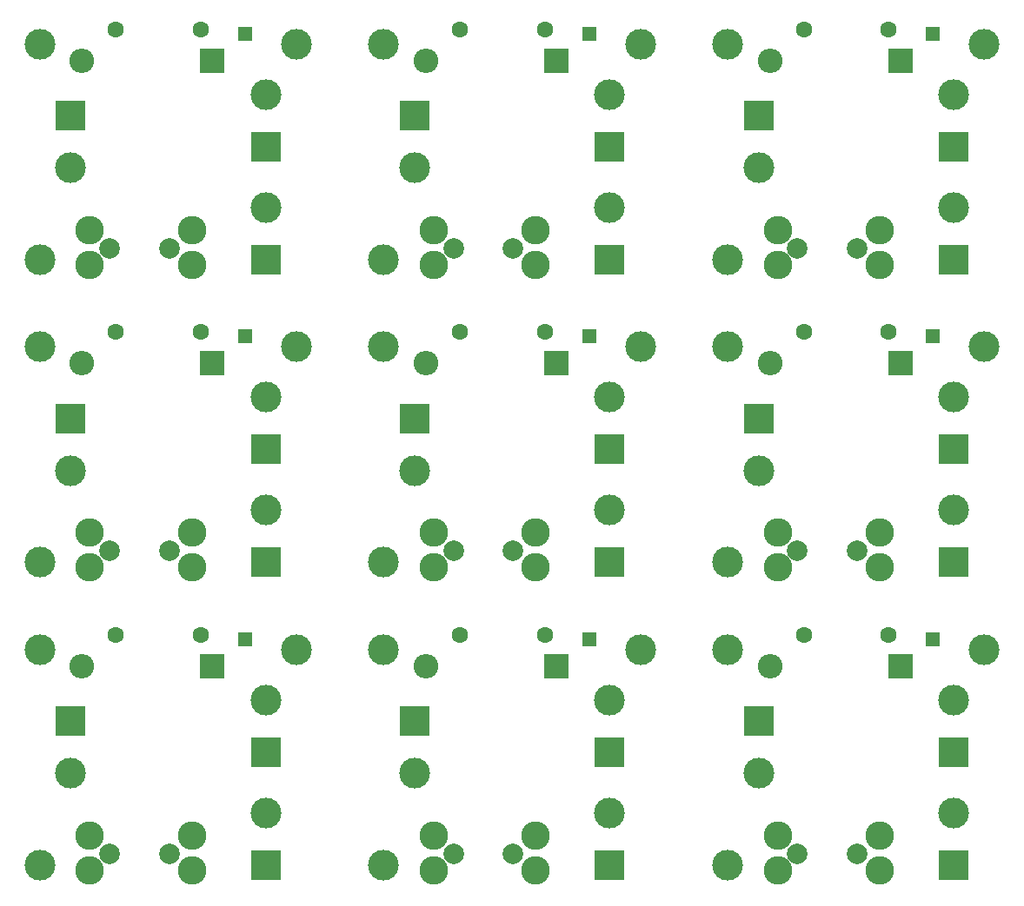
<source format=gbs>
%MOIN*%
%OFA0B0*%
%FSLAX46Y46*%
%IPPOS*%
%LPD*%
%ADD10C,0.0039370078740157488*%
%ADD11C,0.11811023622047245*%
%ADD12R,0.094488188976377951X0.094488188976377951*%
%ADD13O,0.094488188976377951X0.094488188976377951*%
%ADD14C,0.062992125984251982*%
%ADD15C,0.07874015748031496*%
%ADD16R,0.053149606299212608X0.053149606299212608*%
%ADD17R,0.11811023622047245X0.11811023622047245*%
%ADD18C,0.10944881889763779*%
%ADD29C,0.0039370078740157488*%
%ADD30C,0.11811023622047245*%
%ADD31R,0.094488188976377951X0.094488188976377951*%
%ADD32O,0.094488188976377951X0.094488188976377951*%
%ADD33C,0.062992125984251982*%
%ADD34C,0.07874015748031496*%
%ADD35R,0.053149606299212608X0.053149606299212608*%
%ADD36R,0.11811023622047245X0.11811023622047245*%
%ADD37C,0.10944881889763779*%
%ADD38C,0.0039370078740157488*%
%ADD39C,0.11811023622047245*%
%ADD40R,0.094488188976377951X0.094488188976377951*%
%ADD41O,0.094488188976377951X0.094488188976377951*%
%ADD42C,0.062992125984251982*%
%ADD43C,0.07874015748031496*%
%ADD44R,0.053149606299212608X0.053149606299212608*%
%ADD45R,0.11811023622047245X0.11811023622047245*%
%ADD46C,0.10944881889763779*%
%ADD47C,0.0039370078740157488*%
%ADD48C,0.11811023622047245*%
%ADD49R,0.094488188976377951X0.094488188976377951*%
%ADD50O,0.094488188976377951X0.094488188976377951*%
%ADD51C,0.062992125984251982*%
%ADD52C,0.07874015748031496*%
%ADD53R,0.053149606299212608X0.053149606299212608*%
%ADD54R,0.11811023622047245X0.11811023622047245*%
%ADD55C,0.10944881889763779*%
%ADD56C,0.0039370078740157488*%
%ADD57C,0.11811023622047245*%
%ADD58R,0.094488188976377951X0.094488188976377951*%
%ADD59O,0.094488188976377951X0.094488188976377951*%
%ADD60C,0.062992125984251982*%
%ADD61C,0.07874015748031496*%
%ADD62R,0.053149606299212608X0.053149606299212608*%
%ADD63R,0.11811023622047245X0.11811023622047245*%
%ADD64C,0.10944881889763779*%
%ADD65C,0.0039370078740157488*%
%ADD66C,0.11811023622047245*%
%ADD67R,0.094488188976377951X0.094488188976377951*%
%ADD68O,0.094488188976377951X0.094488188976377951*%
%ADD69C,0.062992125984251982*%
%ADD70C,0.07874015748031496*%
%ADD71R,0.053149606299212608X0.053149606299212608*%
%ADD72R,0.11811023622047245X0.11811023622047245*%
%ADD73C,0.10944881889763779*%
%ADD74C,0.0039370078740157488*%
%ADD75C,0.11811023622047245*%
%ADD76R,0.094488188976377951X0.094488188976377951*%
%ADD77O,0.094488188976377951X0.094488188976377951*%
%ADD78C,0.062992125984251982*%
%ADD79C,0.07874015748031496*%
%ADD80R,0.053149606299212608X0.053149606299212608*%
%ADD81R,0.11811023622047245X0.11811023622047245*%
%ADD82C,0.10944881889763779*%
%ADD83C,0.0039370078740157488*%
%ADD84C,0.11811023622047245*%
%ADD85R,0.094488188976377951X0.094488188976377951*%
%ADD86O,0.094488188976377951X0.094488188976377951*%
%ADD87C,0.062992125984251982*%
%ADD88C,0.07874015748031496*%
%ADD89R,0.053149606299212608X0.053149606299212608*%
%ADD90R,0.11811023622047245X0.11811023622047245*%
%ADD91C,0.10944881889763779*%
%ADD92C,0.0039370078740157488*%
%ADD93C,0.11811023622047245*%
%ADD94R,0.094488188976377951X0.094488188976377951*%
%ADD95O,0.094488188976377951X0.094488188976377951*%
%ADD96C,0.062992125984251982*%
%ADD97C,0.07874015748031496*%
%ADD98R,0.053149606299212608X0.053149606299212608*%
%ADD99R,0.11811023622047245X0.11811023622047245*%
%ADD100C,0.10944881889763779*%
G01*
D10*
D11*
X-0004999921Y0003006495D02*
X0000118110Y0000118110D03*
X0001102362Y0000944881D03*
X0000118110Y0000944881D03*
D12*
X0000780078Y0000881495D03*
D13*
X0000280078Y0000881495D03*
D14*
X0000410236Y0001001495D03*
X0000735039Y0001001495D03*
D15*
X0000385905Y0000161495D03*
X0000614251Y0000161495D03*
D16*
X0000905511Y0000984251D03*
D17*
X0000984251Y0000551180D03*
D11*
X0000984251Y0000751180D03*
D17*
X0000236220Y0000669291D03*
D11*
X0000236220Y0000469291D03*
D17*
X0000984251Y0000118110D03*
D11*
X0000984251Y0000318110D03*
D18*
X0000310078Y0000231495D03*
X0000310078Y0000097637D03*
X0000700629Y0000231495D03*
X0000700629Y0000097637D03*
G04 next file*
G04 #@! TF.FileFunction,Soldermask,Bot*
G04 Gerber Fmt 4.6, Leading zero omitted, Abs format (unit mm)*
G04 Created by KiCad (PCBNEW 4.0.7) date 07/04/19 18:58:04*
G01*
G04 APERTURE LIST*
G04 APERTURE END LIST*
D29*
D30*
X-0003681023Y0003006495D02*
X0001437007Y0000118110D03*
X0002421259Y0000944881D03*
X0001437007Y0000944881D03*
D31*
X0002098976Y0000881495D03*
D32*
X0001598976Y0000881495D03*
D33*
X0001729133Y0001001495D03*
X0002053936Y0001001495D03*
D34*
X0001704803Y0000161495D03*
X0001933149Y0000161495D03*
D35*
X0002224409Y0000984251D03*
D36*
X0002303149Y0000551180D03*
D30*
X0002303149Y0000751180D03*
D36*
X0001555118Y0000669291D03*
D30*
X0001555118Y0000469291D03*
D36*
X0002303149Y0000118110D03*
D30*
X0002303149Y0000318110D03*
D37*
X0001628976Y0000231495D03*
X0001628976Y0000097637D03*
X0002019527Y0000231495D03*
X0002019527Y0000097637D03*
G04 next file*
G04 #@! TF.FileFunction,Soldermask,Bot*
G04 Gerber Fmt 4.6, Leading zero omitted, Abs format (unit mm)*
G04 Created by KiCad (PCBNEW 4.0.7) date 07/04/19 18:58:04*
G01*
G04 APERTURE LIST*
G04 APERTURE END LIST*
D38*
D39*
X-0002362126Y0003006495D02*
X0002755905Y0000118110D03*
X0003740157Y0000944881D03*
X0002755905Y0000944881D03*
D40*
X0003417873Y0000881495D03*
D41*
X0002917873Y0000881495D03*
D42*
X0003048031Y0001001495D03*
X0003372834Y0001001495D03*
D43*
X0003023700Y0000161495D03*
X0003252047Y0000161495D03*
D44*
X0003543307Y0000984251D03*
D45*
X0003622047Y0000551180D03*
D39*
X0003622047Y0000751180D03*
D45*
X0002874015Y0000669291D03*
D39*
X0002874015Y0000469291D03*
D45*
X0003622047Y0000118110D03*
D39*
X0003622047Y0000318110D03*
D46*
X0002947873Y0000231495D03*
X0002947873Y0000097637D03*
X0003338425Y0000231495D03*
X0003338425Y0000097637D03*
G04 next file*
G04 #@! TF.FileFunction,Soldermask,Bot*
G04 Gerber Fmt 4.6, Leading zero omitted, Abs format (unit mm)*
G04 Created by KiCad (PCBNEW 4.0.7) date 07/04/19 18:58:04*
G01*
G04 APERTURE LIST*
G04 APERTURE END LIST*
D47*
D48*
X-0004999921Y0004167913D02*
X0000118110Y0001279527D03*
X0001102362Y0002106299D03*
X0000118110Y0002106299D03*
D49*
X0000780078Y0002042913D03*
D50*
X0000280078Y0002042913D03*
D51*
X0000410236Y0002162913D03*
X0000735039Y0002162913D03*
D52*
X0000385905Y0001322913D03*
X0000614251Y0001322913D03*
D53*
X0000905511Y0002145669D03*
D54*
X0000984251Y0001712598D03*
D48*
X0000984251Y0001912598D03*
D54*
X0000236220Y0001830708D03*
D48*
X0000236220Y0001630708D03*
D54*
X0000984251Y0001279527D03*
D48*
X0000984251Y0001479527D03*
D55*
X0000310078Y0001392913D03*
X0000310078Y0001259055D03*
X0000700629Y0001392913D03*
X0000700629Y0001259055D03*
G04 next file*
G04 #@! TF.FileFunction,Soldermask,Bot*
G04 Gerber Fmt 4.6, Leading zero omitted, Abs format (unit mm)*
G04 Created by KiCad (PCBNEW 4.0.7) date 07/04/19 18:58:04*
G01*
G04 APERTURE LIST*
G04 APERTURE END LIST*
D56*
D57*
X-0004999921Y0005329330D02*
X0000118110Y0002440945D03*
X0001102362Y0003267716D03*
X0000118110Y0003267716D03*
D58*
X0000780078Y0003204330D03*
D59*
X0000280078Y0003204330D03*
D60*
X0000410236Y0003324330D03*
X0000735039Y0003324330D03*
D61*
X0000385905Y0002484330D03*
X0000614251Y0002484330D03*
D62*
X0000905511Y0003307086D03*
D63*
X0000984251Y0002874015D03*
D57*
X0000984251Y0003074015D03*
D63*
X0000236220Y0002992126D03*
D57*
X0000236220Y0002792126D03*
D63*
X0000984251Y0002440945D03*
D57*
X0000984251Y0002640945D03*
D64*
X0000310078Y0002554330D03*
X0000310078Y0002420472D03*
X0000700629Y0002554330D03*
X0000700629Y0002420472D03*
G04 next file*
G04 #@! TF.FileFunction,Soldermask,Bot*
G04 Gerber Fmt 4.6, Leading zero omitted, Abs format (unit mm)*
G04 Created by KiCad (PCBNEW 4.0.7) date 07/04/19 18:58:04*
G01*
G04 APERTURE LIST*
G04 APERTURE END LIST*
D65*
D66*
X-0003681023Y0004167913D02*
X0001437007Y0001279527D03*
X0002421259Y0002106299D03*
X0001437007Y0002106299D03*
D67*
X0002098976Y0002042913D03*
D68*
X0001598976Y0002042913D03*
D69*
X0001729133Y0002162913D03*
X0002053936Y0002162913D03*
D70*
X0001704803Y0001322913D03*
X0001933149Y0001322913D03*
D71*
X0002224409Y0002145669D03*
D72*
X0002303149Y0001712598D03*
D66*
X0002303149Y0001912598D03*
D72*
X0001555118Y0001830708D03*
D66*
X0001555118Y0001630708D03*
D72*
X0002303149Y0001279527D03*
D66*
X0002303149Y0001479527D03*
D73*
X0001628976Y0001392913D03*
X0001628976Y0001259055D03*
X0002019527Y0001392913D03*
X0002019527Y0001259055D03*
G04 next file*
G04 #@! TF.FileFunction,Soldermask,Bot*
G04 Gerber Fmt 4.6, Leading zero omitted, Abs format (unit mm)*
G04 Created by KiCad (PCBNEW 4.0.7) date 07/04/19 18:58:04*
G01*
G04 APERTURE LIST*
G04 APERTURE END LIST*
D74*
D75*
X-0002362126Y0004167913D02*
X0002755905Y0001279527D03*
X0003740157Y0002106299D03*
X0002755905Y0002106299D03*
D76*
X0003417873Y0002042913D03*
D77*
X0002917873Y0002042913D03*
D78*
X0003048031Y0002162913D03*
X0003372834Y0002162913D03*
D79*
X0003023700Y0001322913D03*
X0003252047Y0001322913D03*
D80*
X0003543307Y0002145669D03*
D81*
X0003622047Y0001712598D03*
D75*
X0003622047Y0001912598D03*
D81*
X0002874015Y0001830708D03*
D75*
X0002874015Y0001630708D03*
D81*
X0003622047Y0001279527D03*
D75*
X0003622047Y0001479527D03*
D82*
X0002947873Y0001392913D03*
X0002947873Y0001259055D03*
X0003338425Y0001392913D03*
X0003338425Y0001259055D03*
G04 next file*
G04 #@! TF.FileFunction,Soldermask,Bot*
G04 Gerber Fmt 4.6, Leading zero omitted, Abs format (unit mm)*
G04 Created by KiCad (PCBNEW 4.0.7) date 07/04/19 18:58:04*
G01*
G04 APERTURE LIST*
G04 APERTURE END LIST*
D83*
D84*
X-0003681023Y0005329330D02*
X0001437007Y0002440945D03*
X0002421259Y0003267716D03*
X0001437007Y0003267716D03*
D85*
X0002098976Y0003204330D03*
D86*
X0001598976Y0003204330D03*
D87*
X0001729133Y0003324330D03*
X0002053936Y0003324330D03*
D88*
X0001704803Y0002484330D03*
X0001933149Y0002484330D03*
D89*
X0002224409Y0003307086D03*
D90*
X0002303149Y0002874015D03*
D84*
X0002303149Y0003074015D03*
D90*
X0001555118Y0002992126D03*
D84*
X0001555118Y0002792126D03*
D90*
X0002303149Y0002440945D03*
D84*
X0002303149Y0002640945D03*
D91*
X0001628976Y0002554330D03*
X0001628976Y0002420472D03*
X0002019527Y0002554330D03*
X0002019527Y0002420472D03*
G04 next file*
G04 #@! TF.FileFunction,Soldermask,Bot*
G04 Gerber Fmt 4.6, Leading zero omitted, Abs format (unit mm)*
G04 Created by KiCad (PCBNEW 4.0.7) date 07/04/19 18:58:04*
G01*
G04 APERTURE LIST*
G04 APERTURE END LIST*
D92*
D93*
X-0002362126Y0005329330D02*
X0002755905Y0002440945D03*
X0003740157Y0003267716D03*
X0002755905Y0003267716D03*
D94*
X0003417873Y0003204330D03*
D95*
X0002917873Y0003204330D03*
D96*
X0003048031Y0003324330D03*
X0003372834Y0003324330D03*
D97*
X0003023700Y0002484330D03*
X0003252047Y0002484330D03*
D98*
X0003543307Y0003307086D03*
D99*
X0003622047Y0002874015D03*
D93*
X0003622047Y0003074015D03*
D99*
X0002874015Y0002992126D03*
D93*
X0002874015Y0002792126D03*
D99*
X0003622047Y0002440945D03*
D93*
X0003622047Y0002640945D03*
D100*
X0002947873Y0002554330D03*
X0002947873Y0002420472D03*
X0003338425Y0002554330D03*
X0003338425Y0002420472D03*
M02*
</source>
